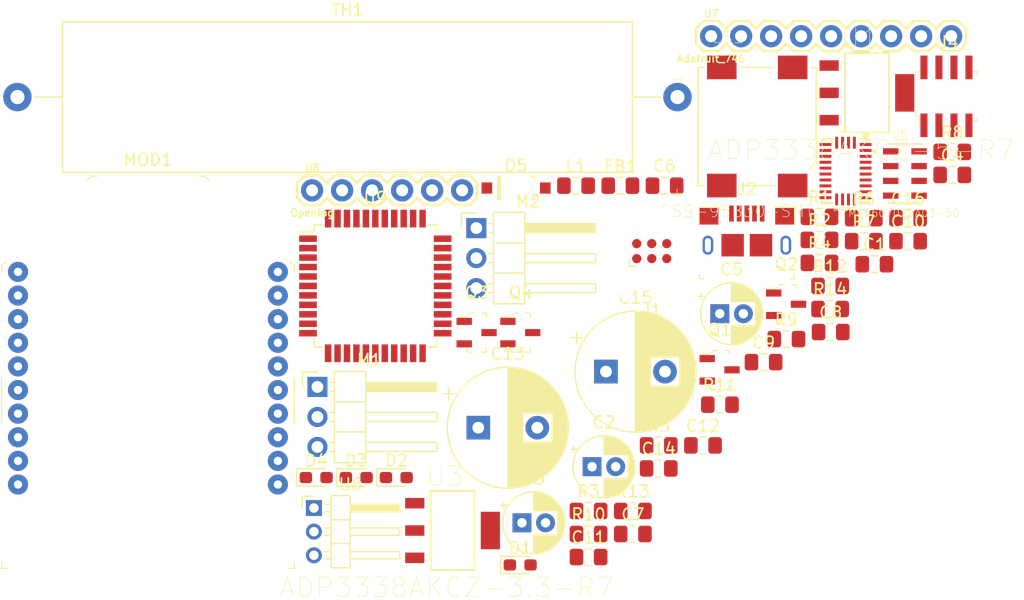
<source format=kicad_pcb>
(kicad_pcb (version 20171130) (host pcbnew "(5.0.1-3-g963ef8bb5)")
  (title_block (title "Skfire PCB") (date 2019-02-07) (rev v01) (company "UAH Space Hardware Club") (comment 2 "Noah Schwalb") (comment 3 "Zach Tyler") (comment 4 "Alex Spaulding"))
  (layers (0 F.Cu signal) (31 B.Cu signal) (34 B.Paste user) (35 F.Paste user) (36 B.SilkS user) (37 F.SilkS user) (38 B.Mask user) (39 F.Mask user) (44 Edge.Cuts user))
  (net 0 "")
  (net 1 GND)
  (net 2 +6V)
  (net 3 +3V3)
  (net 4 "Net-(C5-Pad1)")
  (net 5 +5V)
  (net 6 "Net-(C8-Pad2)")
  (net 7 /MCU_VCC)
  (net 8 /MCU_AVCC)
  (net 9 "Net-(D1-Pad1)")
  (net 10 "Net-(D5-PadA)")
  (net 11 /PDI_DATA)
  (net 12 "Net-(J1-Pad3)")
  (net 13 "Net-(J1-Pad4)")
  (net 14 /PDI_CLK)
  (net 15 "Net-(J2-Pad3)")
  (net 16 "Net-(J2-Pad2)")
  (net 17 "Net-(J2-PadSH)")
  (net 18 "Net-(LS1-PadN)")
  (net 19 /Camera_Servo)
  (net 20 "Net-(M1-Pad3)")
  (net 21 "Net-(M2-Pad3)")
  (net 22 /Release_Servo)
  (net 23 "Net-(MOD1-Pad2)")
  (net 24 "Net-(MOD1-Pad3)")
  (net 25 /MISO)
  (net 26 "Net-(MOD1-Pad5)")
  (net 27 "Net-(MOD1-Pad6)")
  (net 28 "Net-(MOD1-Pad7)")
  (net 29 "Net-(MOD1-Pad8)")
  (net 30 "Net-(MOD1-Pad9)")
  (net 31 /MOSI)
  (net 32 "Net-(MOD1-Pad12)")
  (net 33 "Net-(MOD1-Pad13)")
  (net 34 "Net-(MOD1-Pad14)")
  (net 35 "Net-(MOD1-Pad15)")
  (net 36 "Net-(MOD1-Pad16)")
  (net 37 /~SS_XBEE)
  (net 38 /SCLK)
  (net 39 "Net-(MOD1-Pad19)")
  (net 40 "Net-(MOD1-Pad20)")
  (net 41 "Net-(Q1-Pad1)")
  (net 42 "Net-(Q2-Pad1)")
  (net 43 "Net-(Q2-Pad3)")
  (net 44 "Net-(Q3-Pad3)")
  (net 45 "Net-(Q3-Pad1)")
  (net 46 "Net-(Q4-Pad1)")
  (net 47 /PA6-Therm)
  (net 48 /PA7-Voltage)
  (net 49 "Net-(R6-Pad2)")
  (net 50 /LED_MOS)
  (net 51 /CAMERA_MOS)
  (net 52 /RELEASE_MOS)
  (net 53 /SCL)
  (net 54 /SDA)
  (net 55 /BUZZER_MOS)
  (net 56 "Net-(U2-Pad27)")
  (net 57 "Net-(U2-Pad26)")
  (net 58 "Net-(U2-Pad15)")
  (net 59 /HOST_INTN)
  (net 60 /BNO_NRST)
  (net 61 /BNO_CLOCKSEL0)
  (net 62 /BNO_WAKE)
  (net 63 /BNO_BOOTN)
  (net 64 "Net-(U2-Pad16)")
  (net 65 /~SS_BNO080)
  (net 66 "Net-(U4-Pad1)")
  (net 67 "Net-(U4-Pad2)")
  (net 68 "Net-(U4-Pad3)")
  (net 69 /~SS_5607)
  (net 70 /PA5-Hall_effect)
  (net 71 "Net-(U7-Pad1)")
  (net 72 "Net-(U7-Pad2)")
  (net 73 "Net-(U7-Pad3)")
  (net 74 "Net-(U7-Pad4)")
  (net 75 /GPS_TX)
  (net 76 /GPS_RX)
  (net 77 "Net-(U7-Pad9)")
  (net 78 /OpenLog_MISO)
  (net 79 /OpenLog_MOSI)
  (net 80 /OpenLog_GRN)
  (net 81 /PA5-Hall_Effect)
  (net 82 "Net-(U9-Pad4)")
  (net 83 "Net-(U9-Pad5)")
  (net 84 "Net-(U9-Pad6)")
  (net 85 "Net-(U9-Pad7)")
  (net 86 /GPS_MISO)
  (net 87 /GPS_MOSI)
  (net 88 "Net-(U9-Pad24)")
  (net 89 "Net-(U9-Pad25)")
  (net 90 "Net-(U9-Pad26)")
  (net 91 "Net-(U9-Pad27)")
  (net 92 "Net-(U9-Pad36)")
  (net 93 "Net-(U9-Pad37)")
  (net 94 "Net-(U9-Pad43)")
  (net 95 "Net-(U9-Pad44)")
  (module Capacitor_SMD:C_0805_2012Metric_Pad1.15x1.40mm_HandSolder (layer F.Cu) (at -233.314999 68.935001)
    (fp_text reference C1 (at 0 -1.65) (layer F.SilkS))
    (fp_text value 1uF)
    (pad 1 smd roundrect (at -1.025 0) (size 1.15 1.4) (layers F.Cu F.Paste F.Mask) (roundrect_rratio 0.217391) (net 1 GND))
    (pad 2 smd roundrect (at 1.025 0) (size 1.15 1.4) (layers F.Cu F.Paste F.Mask) (roundrect_rratio 0.217391) (net 2 +6V))
  )
  (module Capacitor_THT:CP_Radial_D5.0mm_P2.00mm (layer F.Cu) (at -257.215224 86.075001)
    (fp_text reference C2 (at 1 -3.75) (layer F.SilkS))
    (fp_text value 0.1uF)
    (pad 1 thru_hole rect (at 0 0) (size 1.6 1.6) (drill 0.8) (layers *.Cu *.Mask) (net 3 +3V3))
    (pad 2 thru_hole circle (at 2 0) (size 1.6 1.6) (drill 0.8) (layers *.Cu *.Mask) (net 1 GND))
  )
  (module Capacitor_THT:CP_Radial_D5.0mm_P2.00mm (layer F.Cu) (at -263.155224 90.825001)
    (fp_text reference C3 (at 1 -3.75) (layer F.SilkS))
    (fp_text value 0.1uF)
    (pad 2 thru_hole circle (at 2 0) (size 1.6 1.6) (drill 0.8) (layers *.Cu *.Mask) (net 1 GND))
    (pad 1 thru_hole rect (at 0 0) (size 1.6 1.6) (drill 0.8) (layers *.Cu *.Mask) (net 3 +3V3))
  )
  (module Capacitor_SMD:C_0805_2012Metric_Pad1.15x1.40mm_HandSolder (layer F.Cu) (at -226.724999 61.375001)
    (fp_text reference C4 (at 0 -1.65) (layer F.SilkS))
    (fp_text value 1uF)
    (pad 1 smd roundrect (at -1.025 0) (size 1.15 1.4) (layers F.Cu F.Paste F.Mask) (roundrect_rratio 0.217391) (net 1 GND))
    (pad 2 smd roundrect (at 1.025 0) (size 1.15 1.4) (layers F.Cu F.Paste F.Mask) (roundrect_rratio 0.217391) (net 2 +6V))
  )
  (module Capacitor_THT:CP_Radial_D5.0mm_P2.00mm (layer F.Cu) (at -246.405224 73.125001)
    (fp_text reference C5 (at 1 -3.75) (layer F.SilkS))
    (fp_text value 0.1uF)
    (pad 1 thru_hole rect (at 0 0) (size 1.6 1.6) (drill 0.8) (layers *.Cu *.Mask) (net 4 "Net-(C5-Pad1)"))
    (pad 2 thru_hole circle (at 2 0) (size 1.6 1.6) (drill 0.8) (layers *.Cu *.Mask) (net 1 GND))
  )
  (module Capacitor_SMD:C_0805_2012Metric_Pad1.15x1.40mm_HandSolder (layer F.Cu) (at -251.074999 62.285001)
    (fp_text reference C6 (at 0 -1.65) (layer F.SilkS))
    (fp_text value 1uF)
    (pad 2 smd roundrect (at 1.025 0) (size 1.15 1.4) (layers F.Cu F.Paste F.Mask) (roundrect_rratio 0.217391) (net 1 GND))
    (pad 1 smd roundrect (at -1.025 0) (size 1.15 1.4) (layers F.Cu F.Paste F.Mask) (roundrect_rratio 0.217391) (net 5 +5V))
  )
  (module Capacitor_SMD:C_0805_2012Metric_Pad1.15x1.40mm_HandSolder (layer F.Cu) (at -253.764999 91.775001)
    (fp_text reference C7 (at 0 -1.65) (layer F.SilkS))
    (fp_text value 1uF)
    (pad 2 smd roundrect (at 1.025 0) (size 1.15 1.4) (layers F.Cu F.Paste F.Mask) (roundrect_rratio 0.217391) (net 1 GND))
    (pad 1 smd roundrect (at -1.025 0) (size 1.15 1.4) (layers F.Cu F.Paste F.Mask) (roundrect_rratio 0.217391) (net 3 +3V3))
  )
  (module Capacitor_SMD:C_0805_2012Metric_Pad1.15x1.40mm_HandSolder (layer F.Cu) (at -237.014999 74.675001)
    (fp_text reference C8 (at 0 -1.65) (layer F.SilkS))
    (fp_text value 0.1uf)
    (pad 1 smd roundrect (at -1.025 0) (size 1.15 1.4) (layers F.Cu F.Paste F.Mask) (roundrect_rratio 0.217391) (net 1 GND))
    (pad 2 smd roundrect (at 1.025 0) (size 1.15 1.4) (layers F.Cu F.Paste F.Mask) (roundrect_rratio 0.217391) (net 6 "Net-(C8-Pad2)"))
  )
  (module Capacitor_SMD:C_0805_2012Metric_Pad1.15x1.40mm_HandSolder (layer F.Cu) (at -242.694999 77.225001)
    (fp_text reference C9 (at 0 -1.65) (layer F.SilkS))
    (fp_text value 1uF)
    (pad 2 smd roundrect (at 1.025 0) (size 1.15 1.4) (layers F.Cu F.Paste F.Mask) (roundrect_rratio 0.217391) (net 3 +3V3))
    (pad 1 smd roundrect (at -1.025 0) (size 1.15 1.4) (layers F.Cu F.Paste F.Mask) (roundrect_rratio 0.217391) (net 1 GND))
  )
  (module Capacitor_SMD:C_0805_2012Metric_Pad1.15x1.40mm_HandSolder (layer F.Cu) (at -230.464999 66.985001)
    (fp_text reference C10 (at 0 -1.65) (layer F.SilkS))
    (fp_text value 47pF)
    (pad 1 smd roundrect (at -1.025 0) (size 1.15 1.4) (layers F.Cu F.Paste F.Mask) (roundrect_rratio 0.217391) (net 1 GND))
    (pad 2 smd roundrect (at 1.025 0) (size 1.15 1.4) (layers F.Cu F.Paste F.Mask) (roundrect_rratio 0.217391) (net 3 +3V3))
  )
  (module Capacitor_SMD:C_0805_2012Metric_Pad1.15x1.40mm_HandSolder (layer F.Cu) (at -257.514999 93.725001)
    (fp_text reference C11 (at 0 -1.65) (layer F.SilkS))
    (fp_text value 1uF)
    (pad 2 smd roundrect (at 1.025 0) (size 1.15 1.4) (layers F.Cu F.Paste F.Mask) (roundrect_rratio 0.217391) (net 5 +5V))
    (pad 1 smd roundrect (at -1.025 0) (size 1.15 1.4) (layers F.Cu F.Paste F.Mask) (roundrect_rratio 0.217391) (net 1 GND))
  )
  (module Capacitor_SMD:C_0805_2012Metric_Pad1.15x1.40mm_HandSolder (layer F.Cu) (at -247.824999 84.275001)
    (fp_text reference C12 (at 0 -1.65) (layer F.SilkS))
    (fp_text value 100nF)
    (pad 1 smd roundrect (at -1.025 0) (size 1.15 1.4) (layers F.Cu F.Paste F.Mask) (roundrect_rratio 0.217391) (net 3 +3V3))
    (pad 2 smd roundrect (at 1.025 0) (size 1.15 1.4) (layers F.Cu F.Paste F.Mask) (roundrect_rratio 0.217391) (net 1 GND))
  )
  (module Capacitor_THT:CP_Radial_D10.0mm_P5.00mm (layer F.Cu) (at -266.850353 82.775001)
    (fp_text reference C13 (at 2.5 -6.25) (layer F.SilkS))
    (fp_text value 10uF)
    (pad 2 thru_hole circle (at 5 0) (size 2 2) (drill 1) (layers *.Cu *.Mask) (net 1 GND))
    (pad 1 thru_hole rect (at 0 0) (size 2 2) (drill 1) (layers *.Cu *.Mask) (net 7 /MCU_VCC))
  )
  (module Capacitor_SMD:C_0805_2012Metric_Pad1.15x1.40mm_HandSolder (layer F.Cu) (at -251.574999 86.225001)
    (fp_text reference C14 (at 0 -1.65) (layer F.SilkS))
    (fp_text value 100nF)
    (pad 2 smd roundrect (at 1.025 0) (size 1.15 1.4) (layers F.Cu F.Paste F.Mask) (roundrect_rratio 0.217391) (net 1 GND))
    (pad 1 smd roundrect (at -1.025 0) (size 1.15 1.4) (layers F.Cu F.Paste F.Mask) (roundrect_rratio 0.217391) (net 7 /MCU_VCC))
  )
  (module Capacitor_THT:CP_Radial_D10.0mm_P5.00mm (layer F.Cu) (at -256.040353 78.025001)
    (fp_text reference C15 (at 2.5 -6.25) (layer F.SilkS))
    (fp_text value 10uF)
    (pad 1 thru_hole rect (at 0 0) (size 2 2) (drill 1) (layers *.Cu *.Mask) (net 8 /MCU_AVCC))
    (pad 2 thru_hole circle (at 5 0) (size 2 2) (drill 1) (layers *.Cu *.Mask) (net 1 GND))
  )
  (module Capacitor_SMD:C_0805_2012Metric_Pad1.15x1.40mm_HandSolder (layer F.Cu) (at -230.464999 65.035001)
    (fp_text reference C16 (at 0 -1.65) (layer F.SilkS))
    (fp_text value 100nF)
    (pad 1 smd roundrect (at -1.025 0) (size 1.15 1.4) (layers F.Cu F.Paste F.Mask) (roundrect_rratio 0.217391) (net 1 GND))
    (pad 2 smd roundrect (at 1.025 0) (size 1.15 1.4) (layers F.Cu F.Paste F.Mask) (roundrect_rratio 0.217391) (net 8 /MCU_AVCC))
  )
  (module LED_SMD:LED_0603_1608Metric_Pad1.05x0.95mm_HandSolder (layer F.Cu) (at -263.299999 94.395001)
    (fp_text reference D1 (at 0 -1.43) (layer F.SilkS))
    (fp_text value "Power Status")
    (pad 2 smd roundrect (at 0.875 0) (size 1.05 0.95) (layers F.Cu F.Paste F.Mask) (net 2 +6V))
    (pad 1 smd roundrect (at -0.875 0) (size 1.05 0.95) (layers F.Cu F.Paste F.Mask) (net 9 "Net-(D1-Pad1)"))
  )
  (module LED_SMD:LED_0603_1608Metric_Pad1.05x0.95mm_HandSolder (layer F.Cu) (at -273.789999 86.995001)
    (fp_text reference D2 (at 0 -1.43) (layer F.SilkS))
    (fp_text value "3V3 Status")
    (pad 1 smd roundrect (at -0.875 0) (size 1.05 0.95) (layers F.Cu F.Paste F.Mask) (net 1 GND))
    (pad 2 smd roundrect (at 0.875 0) (size 1.05 0.95) (layers F.Cu F.Paste F.Mask) (net 3 +3V3))
  )
  (module LED_SMD:LED_0603_1608Metric_Pad1.05x0.95mm_HandSolder (layer F.Cu) (at -277.179999 86.995001)
    (fp_text reference D3 (at 0 -1.43) (layer F.SilkS))
    (fp_text value "5V Status")
    (pad 2 smd roundrect (at 0.875 0) (size 1.05 0.95) (layers F.Cu F.Paste F.Mask) (net 5 +5V))
    (pad 1 smd roundrect (at -0.875 0) (size 1.05 0.95) (layers F.Cu F.Paste F.Mask) (net 1 GND))
  )
  (module LED_SMD:LED_0603_1608Metric_Pad1.05x0.95mm_HandSolder (layer F.Cu) (at -280.569999 86.995001)
    (fp_text reference D4 (at 0 -1.43) (layer F.SilkS))
    (fp_text value "6V Status")
    (pad 1 smd roundrect (at -0.875 0) (size 1.05 0.95) (layers F.Cu F.Paste F.Mask) (net 1 GND))
    (pad 2 smd roundrect (at 0.875 0) (size 1.05 0.95) (layers F.Cu F.Paste F.Mask) (net 2 +6V))
  )
  (module digikey-footprints:SOD-123 (layer F.Cu) (at -263.649999 62.485001)
    (fp_text reference D5 (at -0.01 -1.89) (layer F.SilkS))
    (fp_text value 1N4148W-TP)
    (pad K smd rect (at -2.475 0) (size 0.9 0.95) (layers F.Cu F.Paste F.Mask) (net 2 +6V))
    (pad A smd rect (at 2.475 0) (size 0.9 0.95) (layers F.Cu F.Paste F.Mask) (net 10 "Net-(D5-PadA)"))
  )
  (module Inductor_SMD:L_0805_2012Metric_Pad1.15x1.40mm_HandSolder (layer F.Cu) (at -254.824999 62.285001)
    (fp_text reference FB1 (at 0 -1.65) (layer F.SilkS))
    (fp_text value 220@100MHz)
    (pad 1 smd roundrect (at -1.025 0) (size 1.15 1.4) (layers F.Cu F.Paste F.Mask) (roundrect_rratio 0.217391) (net 7 /MCU_VCC))
    (pad 2 smd roundrect (at 1.025 0) (size 1.15 1.4) (layers F.Cu F.Paste F.Mask) (roundrect_rratio 0.217391) (net 8 /MCU_AVCC))
  )
  (module Connector:Tag-Connect_TC2030-IDC-FP_2x03_P1.27mm_Vertical (layer F.Cu) (at -252.164999 67.825001)
    (fp_text reference J1 (at 0 5) (layer F.SilkS))
    (fp_text value Conn_02x03_Odd_Even)
    (pad "" np_thru_hole circle (at -2.54 2.54) (size 2.3749 2.3749) (drill 2.3749) (layers *.Cu *.Mask))
    (pad "" np_thru_hole circle (at -2.54 -2.54) (size 2.3749 2.3749) (drill 2.3749) (layers *.Cu *.Mask))
    (pad "" np_thru_hole circle (at 0.635 -2.54) (size 2.3749 2.3749) (drill 2.3749) (layers *.Cu *.Mask))
    (pad "" np_thru_hole circle (at 0.635 2.54) (size 2.3749 2.3749) (drill 2.3749) (layers *.Cu *.Mask))
    (pad "" np_thru_hole circle (at 2.54 -1.016) (size 0.9906 0.9906) (drill 0.9906) (layers *.Cu *.Mask))
    (pad "" np_thru_hole circle (at 2.54 1.016) (size 0.9906 0.9906) (drill 0.9906) (layers *.Cu *.Mask))
    (pad "" np_thru_hole circle (at -2.54 0) (size 0.9906 0.9906) (drill 0.9906) (layers *.Cu *.Mask))
    (pad 1 connect circle (at -1.27 0.635) (size 0.7874 0.7874) (layers F.Cu F.Mask) (net 11 /PDI_DATA))
    (pad 2 connect circle (at -1.27 -0.635) (size 0.7874 0.7874) (layers F.Cu F.Mask) (net 3 +3V3))
    (pad 3 connect circle (at 0 0.635) (size 0.7874 0.7874) (layers F.Cu F.Mask) (net 12 "Net-(J1-Pad3)"))
    (pad 4 connect circle (at 0 -0.635) (size 0.7874 0.7874) (layers F.Cu F.Mask) (net 13 "Net-(J1-Pad4)"))
    (pad 5 connect circle (at 1.27 0.635) (size 0.7874 0.7874) (layers F.Cu F.Mask) (net 14 /PDI_CLK))
    (pad 6 connect circle (at 1.27 -0.635) (size 0.7874 0.7874) (layers F.Cu F.Mask) (net 1 GND))
  )
  (module digikey-footprints:USB_Micro_B_Female_10118193-0001LF (layer F.Cu) (at -244.114999 67.325001)
    (fp_text reference J2 (at 0 -4.75) (layer F.SilkS))
    (fp_text value 10118193-0001LF)
    (pad 3 smd rect (at 0 -2.675) (size 0.4 1.35) (layers F.Cu F.Paste F.Mask) (net 15 "Net-(J2-Pad3)"))
    (pad 4 smd rect (at 0.65 -2.675) (size 0.4 1.35) (layers F.Cu F.Paste F.Mask) (net 1 GND))
    (pad 5 smd rect (at 1.3 -2.675) (size 0.4 1.35) (layers F.Cu F.Paste F.Mask) (net 1 GND))
    (pad 2 smd rect (at -0.65 -2.675) (size 0.4 1.35) (layers F.Cu F.Paste F.Mask) (net 16 "Net-(J2-Pad2)"))
    (pad 1 smd rect (at -1.3 -2.675) (size 0.4 1.35) (layers F.Cu F.Paste F.Mask) (net 10 "Net-(D5-PadA)"))
    (pad SH thru_hole oval (at 3.3 0) (size 0.9 1.6) (drill oval 0.5 1.2) (layers *.Cu *.Mask) (net 17 "Net-(J2-PadSH)"))
    (pad SH thru_hole oval (at -3.3 0) (size 0.9 1.6) (drill oval 0.5 1.2) (layers *.Cu *.Mask) (net 17 "Net-(J2-PadSH)"))
    (pad SH smd rect (at -3.2 -2.45) (size 1.6 1.4) (layers F.Cu F.Paste F.Mask) (net 17 "Net-(J2-PadSH)"))
    (pad SH smd rect (at 3.2 -2.45) (size 1.6 1.4) (layers F.Cu F.Paste F.Mask) (net 17 "Net-(J2-PadSH)"))
    (pad SH smd rect (at -1.2 0) (size 1.9 1.9) (layers F.Cu F.Paste F.Mask) (net 17 "Net-(J2-PadSH)"))
    (pad SH smd rect (at 1.2 0) (size 1.9 1.9) (layers F.Cu F.Paste F.Mask) (net 17 "Net-(J2-PadSH)"))
  )
  (module Inductor_SMD:L_0805_2012Metric_Pad1.15x1.40mm_HandSolder (layer F.Cu) (at -258.574999 62.285001)
    (fp_text reference L1 (at 0 -1.65) (layer F.SilkS))
    (fp_text value 10uH)
    (pad 2 smd roundrect (at 1.025 0) (size 1.15 1.4) (layers F.Cu F.Paste F.Mask) (roundrect_rratio 0.217391) (net 7 /MCU_VCC))
    (pad 1 smd roundrect (at -1.025 0) (size 1.15 1.4) (layers F.Cu F.Paste F.Mask) (roundrect_rratio 0.217391) (net 3 +3V3))
  )
  (module CSS-95B30-SMT:CUI_CSS-95B30-SMT (layer F.Cu) (at -243.234999 57.275001)
    (fp_text reference LS1 (at -2.4653 -7.55131) (layer F.SilkS) (effects (font (size 1.00217 1.00217) (thickness 0.05))))
    (fp_text value CSS-95B30-SMT (at -1.72768 7.17612) (layer F.SilkS) (effects (font (size 1.00155 1.00155) (thickness 0.05))))
    (fp_text user + (at -6.78641 5.58345) (layer F.SilkS) (effects (font (thickness 0.05))))
    (fp_text user - (at -6.68124 -4.08968) (layer F.SilkS) (effects (font (thickness 0.05))))
    (pad N smd rect (at -3 -5) (size 2.5 2) (layers F.Cu F.Paste F.Mask) (net 18 "Net-(LS1-PadN)"))
    (pad 2 smd rect (at 3 -5) (size 2.5 2) (layers F.Cu F.Paste F.Mask))
    (pad 1 smd rect (at 3 5) (size 2.5 2) (layers F.Cu F.Paste F.Mask))
    (pad P smd rect (at -3 5) (size 2.5 2) (layers F.Cu F.Paste F.Mask) (net 2 +6V))
  )
  (module Connector_PinHeader_2.54mm:PinHeader_1x03_P2.54mm_Horizontal (layer F.Cu) (at -280.464999 79.325001)
    (fp_text reference M1 (at 4.385 -2.27) (layer F.SilkS))
    (fp_text value Camera_Servo)
    (pad 1 thru_hole rect (at 0 0) (size 1.7 1.7) (drill 1) (layers *.Cu *.Mask) (net 19 /Camera_Servo))
    (pad 2 thru_hole oval (at 0 2.54) (size 1.7 1.7) (drill 1) (layers *.Cu *.Mask) (net 2 +6V))
    (pad 3 thru_hole oval (at 0 5.08) (size 1.7 1.7) (drill 1) (layers *.Cu *.Mask) (net 20 "Net-(M1-Pad3)"))
  )
  (module Connector_PinHeader_2.54mm:PinHeader_1x03_P2.54mm_Horizontal (layer F.Cu) (at -267.014999 65.875001)
    (fp_text reference M2 (at 4.385 -2.27) (layer F.SilkS))
    (fp_text value Release_Servo)
    (pad 3 thru_hole oval (at 0 5.08) (size 1.7 1.7) (drill 1) (layers *.Cu *.Mask) (net 21 "Net-(M2-Pad3)"))
    (pad 2 thru_hole oval (at 0 2.54) (size 1.7 1.7) (drill 1) (layers *.Cu *.Mask) (net 2 +6V))
    (pad 1 thru_hole rect (at 0 0) (size 1.7 1.7) (drill 1) (layers *.Cu *.Mask) (net 22 /Release_Servo))
  )
  (module digikey-footprints:XBEE_PRO-20_THT (layer F.Cu) (at -294.814999 78.585001)
    (fp_text reference MOD1 (at 0 -18.49) (layer F.SilkS))
    (fp_text value XBP9B-DMWT-002)
    (pad 1 thru_hole circle (at -11 -9) (size 1.7 1.7) (drill 0.7) (layers *.Cu *.Mask) (net 3 +3V3))
    (pad 2 thru_hole circle (at -11 -7) (size 1.7 1.7) (drill 0.7) (layers *.Cu *.Mask) (net 23 "Net-(MOD1-Pad2)"))
    (pad 3 thru_hole circle (at -11 -5) (size 1.7 1.7) (drill 0.7) (layers *.Cu *.Mask) (net 24 "Net-(MOD1-Pad3)"))
    (pad 4 thru_hole circle (at -11 -3) (size 1.7 1.7) (drill 0.7) (layers *.Cu *.Mask) (net 25 /MISO))
    (pad 5 thru_hole circle (at -11 -1) (size 1.7 1.7) (drill 0.7) (layers *.Cu *.Mask) (net 26 "Net-(MOD1-Pad5)"))
    (pad 6 thru_hole circle (at -11 1) (size 1.7 1.7) (drill 0.7) (layers *.Cu *.Mask) (net 27 "Net-(MOD1-Pad6)"))
    (pad 7 thru_hole circle (at -11 3) (size 1.7 1.7) (drill 0.7) (layers *.Cu *.Mask) (net 28 "Net-(MOD1-Pad7)"))
    (pad 8 thru_hole circle (at -11 5) (size 1.7 1.7) (drill 0.7) (layers *.Cu *.Mask) (net 29 "Net-(MOD1-Pad8)"))
    (pad 9 thru_hole circle (at -11 7) (size 1.7 1.7) (drill 0.7) (layers *.Cu *.Mask) (net 30 "Net-(MOD1-Pad9)"))
    (pad 10 thru_hole circle (at -11 9) (size 1.7 1.7) (drill 0.7) (layers *.Cu *.Mask) (net 1 GND))
    (pad 11 thru_hole circle (at 11 9) (size 1.7 1.7) (drill 0.7) (layers *.Cu *.Mask) (net 31 /MOSI))
    (pad 12 thru_hole circle (at 11 7) (size 1.7 1.7) (drill 0.7) (layers *.Cu *.Mask) (net 32 "Net-(MOD1-Pad12)"))
    (pad 13 thru_hole circle (at 11 5) (size 1.7 1.7) (drill 0.7) (layers *.Cu *.Mask) (net 33 "Net-(MOD1-Pad13)"))
    (pad 14 thru_hole circle (at 11 3) (size 1.7 1.7) (drill 0.7) (layers *.Cu *.Mask) (net 34 "Net-(MOD1-Pad14)"))
    (pad 15 thru_hole circle (at 11 1) (size 1.7 1.7) (drill 0.7) (layers *.Cu *.Mask) (net 35 "Net-(MOD1-Pad15)"))
    (pad 16 thru_hole circle (at 11 -1) (size 1.7 1.7) (drill 0.7) (layers *.Cu *.Mask) (net 36 "Net-(MOD1-Pad16)"))
    (pad 17 thru_hole circle (at 11 -3) (size 1.7 1.7) (drill 0.7) (layers *.Cu *.Mask) (net 37 /~SS_XBEE))
    (pad 18 thru_hole circle (at 11 -5) (size 1.7 1.7) (drill 0.7) (layers *.Cu *.Mask) (net 38 /SCLK))
    (pad 19 thru_hole circle (at 11 -7) (size 1.7 1.7) (drill 0.7) (layers *.Cu *.Mask) (net 39 "Net-(MOD1-Pad19)"))
    (pad 20 thru_hole circle (at 11 -9) (size 1.7 1.7) (drill 0.7) (layers *.Cu *.Mask) (net 40 "Net-(MOD1-Pad20)"))
  )
  (module digikey-footprints:SOT-23-3 (layer F.Cu) (at -246.419999 77.875001)
    (fp_text reference Q1 (at 0.025 -3.375) (layer F.SilkS))
    (fp_text value LED_MOS)
    (pad 1 smd rect (at -1.05 -0.95) (size 1.3 0.6) (layers F.Cu F.Paste F.Mask) (net 41 "Net-(Q1-Pad1)"))
    (pad 2 smd rect (at -1.05 0.95) (size 1.3 0.6) (layers F.Cu F.Paste F.Mask) (net 1 GND))
    (pad 3 smd rect (at 1.05 0) (size 1.3 0.6) (layers F.Cu F.Paste F.Mask) (net 9 "Net-(D1-Pad1)"))
  )
  (module digikey-footprints:SOT-23-3 (layer F.Cu) (at -240.789999 72.325001)
    (fp_text reference Q2 (at 0.025 -3.375) (layer F.SilkS))
    (fp_text value CAMERA_MOS)
    (pad 1 smd rect (at -1.05 -0.95) (size 1.3 0.6) (layers F.Cu F.Paste F.Mask) (net 42 "Net-(Q2-Pad1)"))
    (pad 2 smd rect (at -1.05 0.95) (size 1.3 0.6) (layers F.Cu F.Paste F.Mask) (net 1 GND))
    (pad 3 smd rect (at 1.05 0) (size 1.3 0.6) (layers F.Cu F.Paste F.Mask) (net 43 "Net-(Q2-Pad3)"))
  )
  (module digikey-footprints:SOT-23-3 (layer F.Cu) (at -266.989999 74.725001)
    (fp_text reference Q3 (at 0.025 -3.375) (layer F.SilkS))
    (fp_text value RELEASE_MOS)
    (pad 3 smd rect (at 1.05 0) (size 1.3 0.6) (layers F.Cu F.Paste F.Mask) (net 44 "Net-(Q3-Pad3)"))
    (pad 2 smd rect (at -1.05 0.95) (size 1.3 0.6) (layers F.Cu F.Paste F.Mask) (net 1 GND))
    (pad 1 smd rect (at -1.05 -0.95) (size 1.3 0.6) (layers F.Cu F.Paste F.Mask) (net 45 "Net-(Q3-Pad1)"))
  )
  (module digikey-footprints:SOT-23-3 (layer F.Cu) (at -263.289999 74.725001)
    (fp_text reference Q4 (at 0.025 -3.375) (layer F.SilkS))
    (fp_text value BUZZER_MOS)
    (pad 3 smd rect (at 1.05 0) (size 1.3 0.6) (layers F.Cu F.Paste F.Mask) (net 18 "Net-(LS1-PadN)"))
    (pad 2 smd rect (at -1.05 0.95) (size 1.3 0.6) (layers F.Cu F.Paste F.Mask) (net 1 GND))
    (pad 1 smd rect (at -1.05 -0.95) (size 1.3 0.6) (layers F.Cu F.Paste F.Mask) (net 46 "Net-(Q4-Pad1)"))
  )
  (module Resistor_SMD:R_0805_2012Metric_Pad1.15x1.40mm_HandSolder (layer F.Cu) (at -237.964999 64.925001)
    (fp_text reference R1 (at 0 -1.65) (layer F.SilkS))
    (fp_text value 10k)
    (pad 2 smd roundrect (at 1.025 0) (size 1.15 1.4) (layers F.Cu F.Paste F.Mask) (roundrect_rratio 0.217391) (net 47 /PA6-Therm))
    (pad 1 smd roundrect (at -1.025 0) (size 1.15 1.4) (layers F.Cu F.Paste F.Mask) (roundrect_rratio 0.217391) (net 1 GND))
  )
  (module Resistor_SMD:R_0805_2012Metric_Pad1.15x1.40mm_HandSolder (layer F.Cu) (at -237.964999 66.875001)
    (fp_text reference R2 (at 0 -1.65) (layer F.SilkS))
    (fp_text value 10k)
    (pad 1 smd roundrect (at -1.025 0) (size 1.15 1.4) (layers F.Cu F.Paste F.Mask) (roundrect_rratio 0.217391) (net 3 +3V3))
    (pad 2 smd roundrect (at 1.025 0) (size 1.15 1.4) (layers F.Cu F.Paste F.Mask) (roundrect_rratio 0.217391) (net 14 /PDI_CLK))
  )
  (module Resistor_SMD:R_0805_2012Metric_Pad1.15x1.40mm_HandSolder (layer F.Cu) (at -257.514999 89.825001)
    (fp_text reference R3 (at 0 -1.65) (layer F.SilkS))
    (fp_text value 30k)
    (pad 2 smd roundrect (at 1.025 0) (size 1.15 1.4) (layers F.Cu F.Paste F.Mask) (roundrect_rratio 0.217391) (net 2 +6V))
    (pad 1 smd roundrect (at -1.025 0) (size 1.15 1.4) (layers F.Cu F.Paste F.Mask) (roundrect_rratio 0.217391) (net 48 /PA7-Voltage))
  )
  (module Resistor_SMD:R_0805_2012Metric_Pad1.15x1.40mm_HandSolder (layer F.Cu) (at -237.964999 68.825001)
    (fp_text reference R4 (at 0 -1.65) (layer F.SilkS))
    (fp_text value 13k)
    (pad 2 smd roundrect (at 1.025 0) (size 1.15 1.4) (layers F.Cu F.Paste F.Mask) (roundrect_rratio 0.217391) (net 48 /PA7-Voltage))
    (pad 1 smd roundrect (at -1.025 0) (size 1.15 1.4) (layers F.Cu F.Paste F.Mask) (roundrect_rratio 0.217391) (net 1 GND))
  )
  (module Resistor_SMD:R_0805_2012Metric_Pad1.15x1.40mm_HandSolder (layer F.Cu) (at -251.574999 84.275001)
    (fp_text reference R5 (at 0 -1.65) (layer F.SilkS))
    (fp_text value 10k)
    (pad 1 smd roundrect (at -1.025 0) (size 1.15 1.4) (layers F.Cu F.Paste F.Mask) (roundrect_rratio 0.217391) (net 3 +3V3))
    (pad 2 smd roundrect (at 1.025 0) (size 1.15 1.4) (layers F.Cu F.Paste F.Mask) (roundrect_rratio 0.217391) (net 6 "Net-(C8-Pad2)"))
  )
  (module Resistor_SMD:R_0805_2012Metric_Pad1.15x1.40mm_HandSolder (layer F.Cu) (at -234.214999 65.035001)
    (fp_text reference R6 (at 0 -1.65) (layer F.SilkS))
    (fp_text value 10k)
    (pad 1 smd roundrect (at -1.025 0) (size 1.15 1.4) (layers F.Cu F.Paste F.Mask) (roundrect_rratio 0.217391) (net 3 +3V3))
    (pad 2 smd roundrect (at 1.025 0) (size 1.15 1.4) (layers F.Cu F.Paste F.Mask) (roundrect_rratio 0.217391) (net 49 "Net-(R6-Pad2)"))
  )
  (module Resistor_SMD:R_0805_2012Metric_Pad1.15x1.40mm_HandSolder (layer F.Cu) (at -234.214999 66.985001)
    (fp_text reference R7 (at 0 -1.65) (layer F.SilkS))
    (fp_text value 10K)
    (pad 1 smd roundrect (at -1.025 0) (size 1.15 1.4) (layers F.Cu F.Paste F.Mask) (roundrect_rratio 0.217391) (net 50 /LED_MOS))
    (pad 2 smd roundrect (at 1.025 0) (size 1.15 1.4) (layers F.Cu F.Paste F.Mask) (roundrect_rratio 0.217391) (net 41 "Net-(Q1-Pad1)"))
  )
  (module Resistor_SMD:R_0805_2012Metric_Pad1.15x1.40mm_HandSolder (layer F.Cu) (at -226.724999 59.425001)
    (fp_text reference R8 (at 0 -1.65) (layer F.SilkS))
    (fp_text value 10K)
    (pad 1 smd roundrect (at -1.025 0) (size 1.15 1.4) (layers F.Cu F.Paste F.Mask) (roundrect_rratio 0.217391) (net 51 /CAMERA_MOS))
    (pad 2 smd roundrect (at 1.025 0) (size 1.15 1.4) (layers F.Cu F.Paste F.Mask) (roundrect_rratio 0.217391) (net 42 "Net-(Q2-Pad1)"))
  )
  (module Resistor_SMD:R_0805_2012Metric_Pad1.15x1.40mm_HandSolder (layer F.Cu) (at -240.764999 75.275001)
    (fp_text reference R9 (at 0 -1.65) (layer F.SilkS))
    (fp_text value 10K)
    (pad 2 smd roundrect (at 1.025 0) (size 1.15 1.4) (layers F.Cu F.Paste F.Mask) (roundrect_rratio 0.217391) (net 45 "Net-(Q3-Pad1)"))
    (pad 1 smd roundrect (at -1.025 0) (size 1.15 1.4) (layers F.Cu F.Paste F.Mask) (roundrect_rratio 0.217391) (net 52 /RELEASE_MOS))
  )
  (module Resistor_SMD:R_0805_2012Metric_Pad1.15x1.40mm_HandSolder (layer F.Cu) (at -257.514999 91.775001)
    (fp_text reference R10 (at 0 -1.65) (layer F.SilkS))
    (fp_text value 10k)
    (pad 2 smd roundrect (at 1.025 0) (size 1.15 1.4) (layers F.Cu F.Paste F.Mask) (roundrect_rratio 0.217391) (net 20 "Net-(M1-Pad3)"))
    (pad 1 smd roundrect (at -1.025 0) (size 1.15 1.4) (layers F.Cu F.Paste F.Mask) (roundrect_rratio 0.217391) (net 43 "Net-(Q2-Pad3)"))
  )
  (module Resistor_SMD:R_0805_2012Metric_Pad1.15x1.40mm_HandSolder (layer F.Cu) (at -246.394999 80.825001)
    (fp_text reference R11 (at 0 -1.65) (layer F.SilkS))
    (fp_text value 10k)
    (pad 2 smd roundrect (at 1.025 0) (size 1.15 1.4) (layers F.Cu F.Paste F.Mask) (roundrect_rratio 0.217391) (net 21 "Net-(M2-Pad3)"))
    (pad 1 smd roundrect (at -1.025 0) (size 1.15 1.4) (layers F.Cu F.Paste F.Mask) (roundrect_rratio 0.217391) (net 44 "Net-(Q3-Pad3)"))
  )
  (module Resistor_SMD:R_0805_2012Metric_Pad1.15x1.40mm_HandSolder (layer F.Cu) (at -237.064999 70.775001)
    (fp_text reference R12 (at 0 -1.65) (layer F.SilkS))
    (fp_text value 10k)
    (pad 2 smd roundrect (at 1.025 0) (size 1.15 1.4) (layers F.Cu F.Paste F.Mask) (roundrect_rratio 0.217391) (net 53 /SCL))
    (pad 1 smd roundrect (at -1.025 0) (size 1.15 1.4) (layers F.Cu F.Paste F.Mask) (roundrect_rratio 0.217391) (net 3 +3V3))
  )
  (module Resistor_SMD:R_0805_2012Metric_Pad1.15x1.40mm_HandSolder (layer F.Cu) (at -253.764999 89.825001)
    (fp_text reference R13 (at 0 -1.65) (layer F.SilkS))
    (fp_text value 10k)
    (pad 1 smd roundrect (at -1.025 0) (size 1.15 1.4) (layers F.Cu F.Paste F.Mask) (roundrect_rratio 0.217391) (net 3 +3V3))
    (pad 2 smd roundrect (at 1.025 0) (size 1.15 1.4) (layers F.Cu F.Paste F.Mask) (roundrect_rratio 0.217391) (net 54 /SDA))
  )
  (module Resistor_SMD:R_0805_2012Metric_Pad1.15x1.40mm_HandSolder (layer F.Cu) (at -237.064999 72.725001)
    (fp_text reference R14 (at 0 -1.65) (layer F.SilkS))
    (fp_text value 10K)
    (pad 1 smd roundrect (at -1.025 0) (size 1.15 1.4) (layers F.Cu F.Paste F.Mask) (roundrect_rratio 0.217391) (net 55 /BUZZER_MOS))
    (pad 2 smd roundrect (at 1.025 0) (size 1.15 1.4) (layers F.Cu F.Paste F.Mask) (roundrect_rratio 0.217391) (net 46 "Net-(Q4-Pad1)"))
  )
  (module Resistor_THT:R_Axial_Power_L48.0mm_W12.5mm_P55.88mm (layer F.Cu) (at -305.864999 54.785001)
    (fp_text reference TH1 (at 27.94 -7.37) (layer F.SilkS))
    (fp_text value NTCLE100)
    (pad 1 thru_hole circle (at 0 0) (size 2.4 2.4) (drill 1.2) (layers *.Cu *.Mask) (net 47 /PA6-Therm))
    (pad 2 thru_hole oval (at 55.88 0) (size 2.4 2.4) (drill 1.2) (layers *.Cu *.Mask) (net 3 +3V3))
  )
  (module ADP3338AKCZ-5-R7:SOT230P700X180-4N (layer F.Cu) (at -233.9468 54.429001)
    (fp_text reference U1 (at -0.63523 -4.5991) (layer F.SilkS) (effects (font (size 1.64061 1.64061) (thickness 0.05))))
    (fp_text value ADP3338AKCZ-5-R7 (at -0.5084 4.8298) (layer F.SilkS) (effects (font (size 1.64129 1.64129) (thickness 0.05))))
    (pad 1 smd rect (at -3.2004 -2.3114) (size 1.6256 0.889) (layers F.Cu F.Paste F.Mask) (net 1 GND))
    (pad 2 smd rect (at -3.2004 0) (size 1.6256 0.889) (layers F.Cu F.Paste F.Mask) (net 5 +5V))
    (pad 3 smd rect (at -3.2004 2.3114) (size 1.6256 0.889) (layers F.Cu F.Paste F.Mask) (net 2 +6V))
    (pad 4 smd rect (at 3.2004 0) (size 1.6256 3.175) (layers F.Cu F.Paste F.Mask) (net 5 +5V))
  )
  (module BNO080:LGA-28 (layer F.Cu) (at -235.76 61.052761)
    (fp_text reference U2 (at -0.1872 -3.4032) (layer F.SilkS) (effects (font (size 0.32 0.32) (thickness 0.05))))
    (fp_text value BNO080 (at -0.084 3.1968) (layer F.SilkS) (effects (font (size 0.32 0.32) (thickness 0.05))))
    (fp_text user Y (at 0.4 -0.5) (layer Edge.Cuts) (effects (font (thickness 0.05))))
    (fp_text user Z (at 0.3 0.6) (layer Edge.Cuts) (effects (font (thickness 0.05))))
    (fp_text user X (at -0.255 0.462) (layer Edge.Cuts) (effects (font (thickness 0.05))))
    (pad 1 smd rect (at 1.7 -2.25 90) (size 0.25 1) (layers F.Cu F.Paste F.Mask))
    (pad 28 smd rect (at 1.7 -1.75 90) (size 0.25 1) (layers F.Cu F.Paste F.Mask) (net 3 +3V3))
    (pad 27 smd rect (at 1.7 -1.25 90) (size 0.25 1) (layers F.Cu F.Paste F.Mask) (net 56 "Net-(U2-Pad27)"))
    (pad 26 smd rect (at 1.7 -0.75 90) (size 0.25 1) (layers F.Cu F.Paste F.Mask) (net 57 "Net-(U2-Pad26)"))
    (pad 25 smd rect (at 1.7 -0.25 90) (size 0.25 1) (layers F.Cu F.Paste F.Mask) (net 1 GND))
    (pad 24 smd rect (at 1.7 0.25 90) (size 0.25 1) (layers F.Cu F.Paste F.Mask))
    (pad 23 smd rect (at 1.7 0.75 90) (size 0.25 1) (layers F.Cu F.Paste F.Mask))
    (pad 22 smd rect (at 1.7 1.25 90) (size 0.25 1) (layers F.Cu F.Paste F.Mask))
    (pad 21 smd rect (at 1.7 1.75 90) (size 0.25 1) (layers F.Cu F.Paste F.Mask))
    (pad 20 smd rect (at 1.7 2.25 90) (size 0.25 1) (layers F.Cu F.Paste F.Mask) (net 25 /MISO))
    (pad 15 smd rect (at -1.7 2.25 270) (size 0.25 1) (layers F.Cu F.Paste F.Mask) (net 58 "Net-(U2-Pad15)"))
    (pad 14 smd rect (at -1.7 1.75 270) (size 0.25 1) (layers F.Cu F.Paste F.Mask) (net 59 /HOST_INTN))
    (pad 13 smd rect (at -1.7 1.25 270) (size 0.25 1) (layers F.Cu F.Paste F.Mask))
    (pad 12 smd rect (at -1.7 0.75 270) (size 0.25 1) (layers F.Cu F.Paste F.Mask))
    (pad 11 smd rect (at -1.7 0.25 270) (size 0.25 1) (layers F.Cu F.Paste F.Mask) (net 60 /BNO_NRST))
    (pad 10 smd rect (at -1.7 -0.25 270) (size 0.25 1) (layers F.Cu F.Paste F.Mask) (net 61 /BNO_CLOCKSEL0))
    (pad 9 smd rect (at -1.7 -0.75 270) (size 0.25 1) (layers F.Cu F.Paste F.Mask) (net 4 "Net-(C5-Pad1)"))
    (pad 8 smd rect (at -1.7 -1.25 270) (size 0.25 1) (layers F.Cu F.Paste F.Mask))
    (pad 7 smd rect (at -1.7 -1.75 270) (size 0.25 1) (layers F.Cu F.Paste F.Mask))
    (pad 6 smd rect (at -1.7 -2.25 270) (size 0.25 1) (layers F.Cu F.Paste F.Mask) (net 62 /BNO_WAKE))
    (pad 5 smd rect (at -0.75 -2.4 180) (size 0.25 1) (layers F.Cu F.Paste F.Mask) (net 3 +3V3))
    (pad 4 smd rect (at -0.25 -2.4 180) (size 0.25 1) (layers F.Cu F.Paste F.Mask) (net 63 /BNO_BOOTN))
    (pad 3 smd rect (at 0.25 -2.4 180) (size 0.25 1) (layers F.Cu F.Paste F.Mask) (net 3 +3V3))
    (pad 2 smd rect (at 0.75 -2.4 180) (size 0.25 1) (layers F.Cu F.Paste F.Mask) (net 1 GND))
    (pad 16 smd rect (at -0.75 2.4 180) (size 0.25 1) (layers F.Cu F.Paste F.Mask) (net 64 "Net-(U2-Pad16)"))
    (pad 17 smd rect (at -0.25 2.4 180) (size 0.25 1) (layers F.Cu F.Paste F.Mask) (net 31 /MOSI))
    (pad 18 smd rect (at 0.25 2.4 180) (size 0.25 1) (layers F.Cu F.Paste F.Mask) (net 65 /~SS_BNO080))
    (pad 19 smd rect (at 0.75 2.4 180) (size 0.25 1) (layers F.Cu F.Paste F.Mask) (net 38 /SCLK))
  )
  (module ADP3338AKCZ-3.3RL7:SOT230P700X180-4N (layer F.Cu) (at -269.0268 91.479001)
    (fp_text reference U3 (at -0.63534 -4.59985) (layer F.SilkS) (effects (font (size 1.64087 1.64087) (thickness 0.05))))
    (fp_text value ADP3338AKCZ-3.3-R7 (at -0.508485 4.83074) (layer F.SilkS) (effects (font (size 1.64161 1.64161) (thickness 0.05))))
    (pad 1 smd rect (at -3.2004 -2.3114) (size 1.6256 0.889) (layers F.Cu F.Paste F.Mask) (net 1 GND))
    (pad 2 smd rect (at -3.2004 0) (size 1.6256 0.889) (layers F.Cu F.Paste F.Mask) (net 3 +3V3))
    (pad 3 smd rect (at -3.2004 2.3114) (size 1.6256 0.889) (layers F.Cu F.Paste F.Mask) (net 2 +6V))
    (pad 4 smd rect (at 3.2004 0) (size 1.6256 3.175) (layers F.Cu F.Paste F.Mask) (net 3 +3V3))
  )
  (module digikey-footprints:SOIC-8_W3.9mm (layer F.Cu) (at -227.214999 54.725001)
    (fp_text reference U4 (at 0.01778 -4.56946) (layer F.SilkS))
    (fp_text value PCF8523T_1_118)
    (pad 1 smd rect (at -1.905 2.45) (size 0.6 2) (layers F.Cu F.Paste F.Mask) (net 66 "Net-(U4-Pad1)"))
    (pad 2 smd rect (at -0.635 2.45) (size 0.6 2) (layers F.Cu F.Paste F.Mask) (net 67 "Net-(U4-Pad2)"))
    (pad 4 smd rect (at 1.905 2.45) (size 0.6 2) (layers F.Cu F.Paste F.Mask) (net 1 GND))
    (pad 5 smd rect (at 1.905 -2.45) (size 0.6 2) (layers F.Cu F.Paste F.Mask) (net 54 /SDA))
    (pad 6 smd rect (at 0.635 -2.45) (size 0.6 2) (layers F.Cu F.Paste F.Mask) (net 53 /SCL))
    (pad 7 smd rect (at -0.635 -2.45) (size 0.6 2) (layers F.Cu F.Paste F.Mask) (net 49 "Net-(R6-Pad2)"))
    (pad 8 smd rect (at -1.905 -2.45) (size 0.6 2) (layers F.Cu F.Paste F.Mask) (net 6 "Net-(C8-Pad2)"))
    (pad 3 smd rect (at 0.635 2.45) (size 0.6 2) (layers F.Cu F.Paste F.Mask) (net 68 "Net-(U4-Pad3)"))
  )
  (module MS560702BA03-50:SON125P300X500X100-8N (layer F.Cu) (at -230.732999 61.255001)
    (fp_text reference U5 (at -0.406828 -3.33089) (layer F.SilkS) (effects (font (size 0.64067 0.64067) (thickness 0.05))))
    (fp_text value MS560702BA03-50 (at -0.099145 3.35642) (layer F.SilkS) (effects (font (size 0.640921 0.640921) (thickness 0.05))))
    (pad 1 smd rect (at -1.2 -1.875) (size 1.31 0.53) (layers F.Cu F.Paste F.Mask) (net 3 +3V3))
    (pad 8 smd rect (at 1.2 -1.875) (size 1.31 0.53) (layers F.Cu F.Paste F.Mask) (net 38 /SCLK))
    (pad 2 smd rect (at -1.2 -0.625) (size 1.31 0.53) (layers F.Cu F.Paste F.Mask) (net 1 GND))
    (pad 3 smd rect (at -1.2 0.625) (size 1.31 0.53) (layers F.Cu F.Paste F.Mask) (net 1 GND))
    (pad 4 smd rect (at -1.2 1.875) (size 1.31 0.53) (layers F.Cu F.Paste F.Mask) (net 69 /~SS_5607))
    (pad 5 smd rect (at 1.2 1.875) (size 1.31 0.53) (layers F.Cu F.Paste F.Mask) (net 69 /~SS_5607))
    (pad 6 smd rect (at 1.2 0.625) (size 1.31 0.53) (layers F.Cu F.Paste F.Mask) (net 25 /MISO))
    (pad 7 smd rect (at 1.2 -0.625) (size 1.31 0.53) (layers F.Cu F.Paste F.Mask) (net 31 /MOSI))
  )
  (module Connector_PinHeader_2.00mm:PinHeader_1x03_P2.00mm_Horizontal (layer F.Cu) (at -280.764999 89.575001)
    (fp_text reference U6 (at 3.1 -2) (layer F.SilkS))
    (fp_text value SS495A)
    (pad 1 thru_hole rect (at 0 0) (size 1.35 1.35) (drill 0.8) (layers *.Cu *.Mask) (net 5 +5V))
    (pad 2 thru_hole oval (at 0 2) (size 1.35 1.35) (drill 0.8) (layers *.Cu *.Mask) (net 1 GND))
    (pad 3 thru_hole oval (at 0 4) (size 1.35 1.35) (drill 0.8) (layers *.Cu *.Mask) (net 70 /PA5-Hall_effect))
  )
  (module Connectors:1X09 (layer F.Cu) (at -247.138399 49.631601)
    (fp_text reference U7 (at 0 -1.905) (layer F.SilkS) (effects (font (size 0.6096 0.6096) (thickness 0.127))))
    (fp_text value Adafruit_746 (at 0 1.905) (layer F.SilkS) (effects (font (size 0.6096 0.6096) (thickness 0.127))))
    (pad 1 thru_hole circle (at 0 0) (size 1.8796 1.8796) (drill 1.016) (layers *.Cu *.Mask) (net 71 "Net-(U7-Pad1)"))
    (pad 2 thru_hole circle (at 2.54 0) (size 1.8796 1.8796) (drill 1.016) (layers *.Cu *.Mask) (net 72 "Net-(U7-Pad2)"))
    (pad 3 thru_hole circle (at 5.08 0) (size 1.8796 1.8796) (drill 1.016) (layers *.Cu *.Mask) (net 73 "Net-(U7-Pad3)"))
    (pad 4 thru_hole circle (at 7.62 0) (size 1.8796 1.8796) (drill 1.016) (layers *.Cu *.Mask) (net 74 "Net-(U7-Pad4)"))
    (pad 5 thru_hole circle (at 10.16 0) (size 1.8796 1.8796) (drill 1.016) (layers *.Cu *.Mask) (net 75 /GPS_TX))
    (pad 6 thru_hole circle (at 12.7 0) (size 1.8796 1.8796) (drill 1.016) (layers *.Cu *.Mask) (net 76 /GPS_RX))
    (pad 7 thru_hole circle (at 15.24 0) (size 1.8796 1.8796) (drill 1.016) (layers *.Cu *.Mask) (net 1 GND))
    (pad 8 thru_hole circle (at 17.78 0) (size 1.8796 1.8796) (drill 1.016) (layers *.Cu *.Mask) (net 3 +3V3))
    (pad 9 thru_hole circle (at 20.32 0) (size 1.8796 1.8796) (drill 1.016) (layers *.Cu *.Mask) (net 77 "Net-(U7-Pad9)"))
  )
  (module Connectors:1X06 (layer F.Cu) (at -280.918399 62.681601)
    (fp_text reference U8 (at 0 -1.905) (layer F.SilkS) (effects (font (size 0.6096 0.6096) (thickness 0.127))))
    (fp_text value Openlog (at 0 1.905) (layer F.SilkS) (effects (font (size 0.6096 0.6096) (thickness 0.127))))
    (pad 1 thru_hole circle (at 0 0) (size 1.8796 1.8796) (drill 1.016) (layers *.Cu *.Mask) (net 1 GND))
    (pad 2 thru_hole circle (at 2.54 0) (size 1.8796 1.8796) (drill 1.016) (layers *.Cu *.Mask) (net 1 GND))
    (pad 3 thru_hole circle (at 5.08 0) (size 1.8796 1.8796) (drill 1.016) (layers *.Cu *.Mask) (net 3 +3V3))
    (pad 4 thru_hole circle (at 7.62 0) (size 1.8796 1.8796) (drill 1.016) (layers *.Cu *.Mask) (net 78 /OpenLog_MISO))
    (pad 5 thru_hole circle (at 10.16 0) (size 1.8796 1.8796) (drill 1.016) (layers *.Cu *.Mask) (net 79 /OpenLog_MOSI))
    (pad 6 thru_hole circle (at 12.7 0) (size 1.8796 1.8796) (drill 1.016) (layers *.Cu *.Mask) (net 80 /OpenLog_GRN))
  )
  (module Package_QFP:TQFP-44_10x10mm_P0.8mm (layer F.Cu) (at -275.564999 70.775001)
    (fp_text reference U9 (at 0 -7.45) (layer F.SilkS))
    (fp_text value ATxmega128A4U-AU)
    (pad 1 smd rect (at -5.7 -4) (size 1.5 0.55) (layers F.Cu F.Paste F.Mask) (net 81 /PA5-Hall_Effect))
    (pad 2 smd rect (at -5.7 -3.2) (size 1.5 0.55) (layers F.Cu F.Paste F.Mask) (net 47 /PA6-Therm))
    (pad 3 smd rect (at -5.7 -2.4) (size 1.5 0.55) (layers F.Cu F.Paste F.Mask) (net 48 /PA7-Voltage))
    (pad 4 smd rect (at -5.7 -1.6) (size 1.5 0.55) (layers F.Cu F.Paste F.Mask) (net 82 "Net-(U9-Pad4)"))
    (pad 5 smd rect (at -5.7 -0.8) (size 1.5 0.55) (layers F.Cu F.Paste F.Mask) (net 83 "Net-(U9-Pad5)"))
    (pad 6 smd rect (at -5.7 0) (size 1.5 0.55) (layers F.Cu F.Paste F.Mask) (net 84 "Net-(U9-Pad6)"))
    (pad 7 smd rect (at -5.7 0.8) (size 1.5 0.55) (layers F.Cu F.Paste F.Mask) (net 85 "Net-(U9-Pad7)"))
    (pad 8 smd rect (at -5.7 1.6) (size 1.5 0.55) (layers F.Cu F.Paste F.Mask) (net 1 GND))
    (pad 9 smd rect (at -5.7 2.4) (size 1.5 0.55) (layers F.Cu F.Paste F.Mask) (net 7 /MCU_VCC))
    (pad 10 smd rect (at -5.7 3.2) (size 1.5 0.55) (layers F.Cu F.Paste F.Mask) (net 53 /SCL))
    (pad 11 smd rect (at -5.7 4) (size 1.5 0.55) (layers F.Cu F.Paste F.Mask) (net 54 /SDA))
    (pad 12 smd rect (at -4 5.7 90) (size 1.5 0.55) (layers F.Cu F.Paste F.Mask) (net 37 /~SS_XBEE))
    (pad 13 smd rect (at -3.2 5.7 90) (size 1.5 0.55) (layers F.Cu F.Paste F.Mask) (net 65 /~SS_BNO080))
    (pad 14 smd rect (at -2.4 5.7 90) (size 1.5 0.55) (layers F.Cu F.Paste F.Mask) (net 69 /~SS_5607))
    (pad 15 smd rect (at -1.6 5.7 90) (size 1.5 0.55) (layers F.Cu F.Paste F.Mask) (net 31 /MOSI))
    (pad 16 smd rect (at -0.8 5.7 90) (size 1.5 0.55) (layers F.Cu F.Paste F.Mask) (net 25 /MISO))
    (pad 17 smd rect (at 0 5.7 90) (size 1.5 0.55) (layers F.Cu F.Paste F.Mask) (net 38 /SCLK))
    (pad 18 smd rect (at 0.8 5.7 90) (size 1.5 0.55) (layers F.Cu F.Paste F.Mask) (net 1 GND))
    (pad 19 smd rect (at 1.6 5.7 90) (size 1.5 0.55) (layers F.Cu F.Paste F.Mask) (net 7 /MCU_VCC))
    (pad 20 smd rect (at 2.4 5.7 90) (size 1.5 0.55) (layers F.Cu F.Paste F.Mask) (net 50 /LED_MOS))
    (pad 21 smd rect (at 3.2 5.7 90) (size 1.5 0.55) (layers F.Cu F.Paste F.Mask) (net 80 /OpenLog_GRN))
    (pad 22 smd rect (at 4 5.7 90) (size 1.5 0.55) (layers F.Cu F.Paste F.Mask) (net 86 /GPS_MISO))
    (pad 23 smd rect (at 5.7 4) (size 1.5 0.55) (layers F.Cu F.Paste F.Mask) (net 87 /GPS_MOSI))
    (pad 24 smd rect (at 5.7 3.2) (size 1.5 0.55) (layers F.Cu F.Paste F.Mask) (net 88 "Net-(U9-Pad24)"))
    (pad 25 smd rect (at 5.7 2.4) (size 1.5 0.55) (layers F.Cu F.Paste F.Mask) (net 89 "Net-(U9-Pad25)"))
    (pad 26 smd rect (at 5.7 1.6) (size 1.5 0.55) (layers F.Cu F.Paste F.Mask) (net 90 "Net-(U9-Pad26)"))
    (pad 27 smd rect (at 5.7 0.8) (size 1.5 0.55) (layers F.Cu F.Paste F.Mask) (net 91 "Net-(U9-Pad27)"))
    (pad 28 smd rect (at 5.7 0) (size 1.5 0.55) (layers F.Cu F.Paste F.Mask) (net 19 /Camera_Servo))
    (pad 29 smd rect (at 5.7 -0.8) (size 1.5 0.55) (layers F.Cu F.Paste F.Mask) (net 22 /Release_Servo))
    (pad 30 smd rect (at 5.7 -1.6) (size 1.5 0.55) (layers F.Cu F.Paste F.Mask) (net 1 GND))
    (pad 31 smd rect (at 5.7 -2.4) (size 1.5 0.55) (layers F.Cu F.Paste F.Mask) (net 7 /MCU_VCC))
    (pad 32 smd rect (at 5.7 -3.2) (size 1.5 0.55) (layers F.Cu F.Paste F.Mask) (net 78 /OpenLog_MISO))
    (pad 33 smd rect (at 5.7 -4) (size 1.5 0.55) (layers F.Cu F.Paste F.Mask) (net 79 /OpenLog_MOSI))
    (pad 34 smd rect (at 4 -5.7 90) (size 1.5 0.55) (layers F.Cu F.Paste F.Mask) (net 11 /PDI_DATA))
    (pad 35 smd rect (at 3.2 -5.7 90) (size 1.5 0.55) (layers F.Cu F.Paste F.Mask) (net 14 /PDI_CLK))
    (pad 36 smd rect (at 2.4 -5.7 90) (size 1.5 0.55) (layers F.Cu F.Paste F.Mask) (net 92 "Net-(U9-Pad36)"))
    (pad 37 smd rect (at 1.6 -5.7 90) (size 1.5 0.55) (layers F.Cu F.Paste F.Mask) (net 93 "Net-(U9-Pad37)"))
    (pad 38 smd rect (at 0.8 -5.7 90) (size 1.5 0.55) (layers F.Cu F.Paste F.Mask) (net 1 GND))
    (pad 39 smd rect (at 0 -5.7 90) (size 1.5 0.55) (layers F.Cu F.Paste F.Mask) (net 8 /MCU_AVCC))
    (pad 40 smd rect (at -0.8 -5.7 90) (size 1.5 0.55) (layers F.Cu F.Paste F.Mask) (net 55 /BUZZER_MOS))
    (pad 41 smd rect (at -1.6 -5.7 90) (size 1.5 0.55) (layers F.Cu F.Paste F.Mask) (net 52 /RELEASE_MOS))
    (pad 42 smd rect (at -2.4 -5.7 90) (size 1.5 0.55) (layers F.Cu F.Paste F.Mask) (net 51 /CAMERA_MOS))
    (pad 43 smd rect (at -3.2 -5.7 90) (size 1.5 0.55) (layers F.Cu F.Paste F.Mask) (net 94 "Net-(U9-Pad43)"))
    (pad 44 smd rect (at -4 -5.7 90) (size 1.5 0.55) (layers F.Cu F.Paste F.Mask) (net 95 "Net-(U9-Pad44)"))
  )
)
</source>
